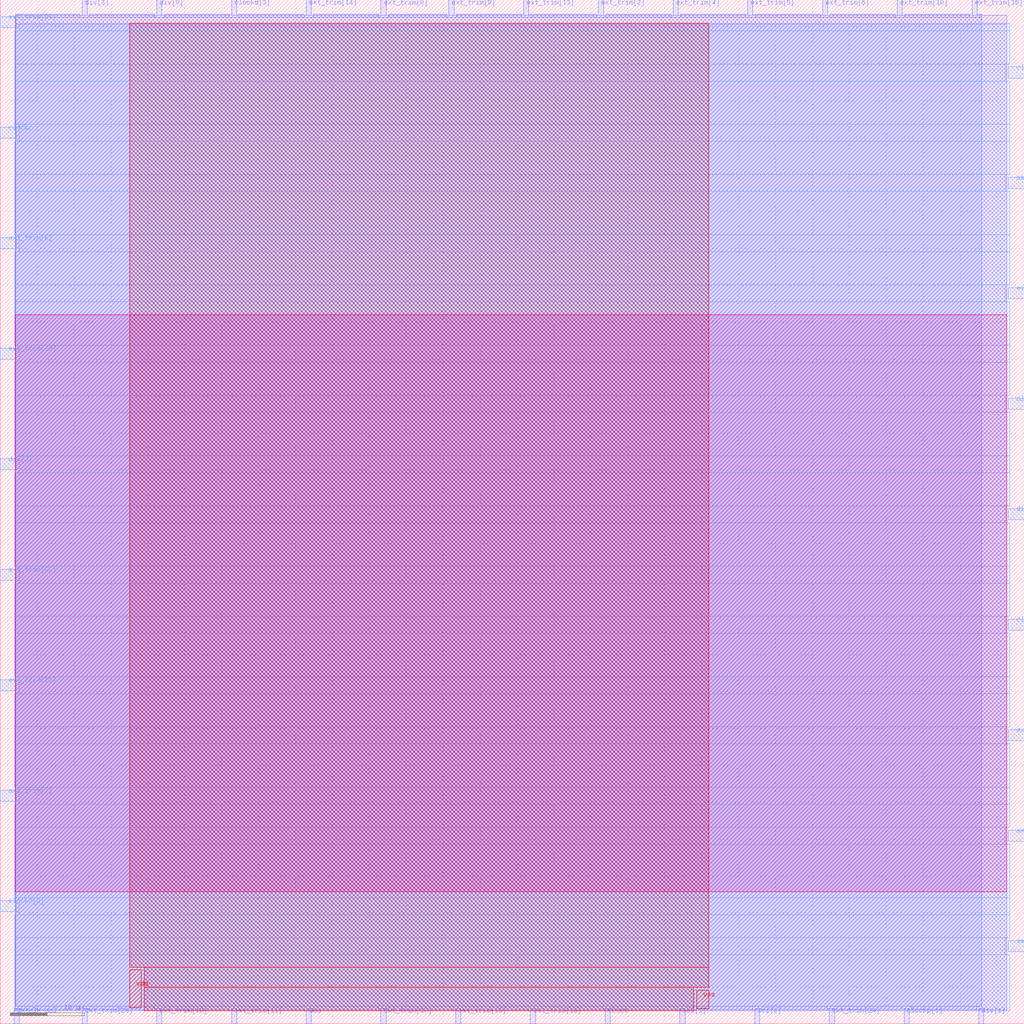
<source format=lef>
VERSION 5.7 ;
  NOWIREEXTENSIONATPIN ON ;
  DIVIDERCHAR "/" ;
  BUSBITCHARS "[]" ;
MACRO digital_pll
  CLASS BLOCK ;
  FOREIGN digital_pll ;
  ORIGIN 0.000 0.000 ;
  SIZE 138.675 BY 138.675 ;
  PIN reset
    DIRECTION INPUT ;
    PORT
      LAYER met2 ;
        RECT 81.920 0.000 82.620 2.100 ;
    END
  END reset
  PIN extclk_sel
    DIRECTION INPUT ;
    PORT
      LAYER met2 ;
        RECT 1.880 0.000 2.580 2.100 ;
    END
  END extclk_sel
  PIN osc
    DIRECTION INPUT ;
    PORT
      LAYER met3 ;
        RECT 136.515 113.110 138.675 114.610 ;
    END
  END osc
  PIN clockc
    DIRECTION OUTPUT TRISTATE ;
    PORT
      LAYER met3 ;
        RECT 0.000 119.910 2.160 121.410 ;
    END
  END clockc
  PIN clockp[1]
    DIRECTION OUTPUT TRISTATE ;
    PORT
      LAYER met2 ;
        RECT 122.400 0.000 123.100 2.100 ;
    END
  END clockp[1]
  PIN clockp[0]
    DIRECTION OUTPUT TRISTATE ;
    PORT
      LAYER met3 ;
        RECT 136.515 83.190 138.675 84.690 ;
    END
  END clockp[0]
  PIN clockd[3]
    DIRECTION OUTPUT TRISTATE ;
    PORT
      LAYER met2 ;
        RECT 31.320 136.575 32.020 138.675 ;
    END
  END clockd[3]
  PIN clockd[2]
    DIRECTION OUTPUT TRISTATE ;
    PORT
      LAYER met3 ;
        RECT 0.000 15.190 2.160 16.690 ;
    END
  END clockd[2]
  PIN clockd[1]
    DIRECTION OUTPUT TRISTATE ;
    PORT
      LAYER met3 ;
        RECT 136.515 128.070 138.675 129.570 ;
    END
  END clockd[1]
  PIN clockd[0]
    DIRECTION OUTPUT TRISTATE ;
    PORT
      LAYER met3 ;
        RECT 136.515 53.270 138.675 54.770 ;
    END
  END clockd[0]
  PIN div[4]
    DIRECTION INPUT ;
    PORT
      LAYER met3 ;
        RECT 136.515 68.230 138.675 69.730 ;
    END
  END div[4]
  PIN div[3]
    DIRECTION INPUT ;
    PORT
      LAYER met2 ;
        RECT 11.080 136.575 11.780 138.675 ;
    END
  END div[3]
  PIN div[2]
    DIRECTION INPUT ;
    PORT
      LAYER met3 ;
        RECT 0.000 75.030 2.160 76.530 ;
    END
  END div[2]
  PIN div[1]
    DIRECTION INPUT ;
    PORT
      LAYER met2 ;
        RECT 132.520 0.000 133.220 2.100 ;
    END
  END div[1]
  PIN div[0]
    DIRECTION INPUT ;
    PORT
      LAYER met2 ;
        RECT 21.200 136.575 21.900 138.675 ;
    END
  END div[0]
  PIN sel[2]
    DIRECTION INPUT ;
    PORT
      LAYER met2 ;
        RECT 102.160 0.000 102.860 2.100 ;
    END
  END sel[2]
  PIN sel[1]
    DIRECTION INPUT ;
    PORT
      LAYER met2 ;
        RECT 92.040 0.000 92.740 2.100 ;
    END
  END sel[1]
  PIN sel[0]
    DIRECTION INPUT ;
    PORT
      LAYER met3 ;
        RECT 136.515 9.750 138.675 11.250 ;
    END
  END sel[0]
  PIN dco
    DIRECTION INPUT ;
    PORT
      LAYER met2 ;
        RECT 41.440 0.000 42.140 2.100 ;
    END
  END dco
  PIN ext_trim[25]
    DIRECTION INPUT ;
    PORT
      LAYER met3 ;
        RECT 0.000 45.110 2.160 46.610 ;
    END
  END ext_trim[25]
  PIN ext_trim[24]
    DIRECTION INPUT ;
    PORT
      LAYER met2 ;
        RECT 112.280 0.000 112.980 2.100 ;
    END
  END ext_trim[24]
  PIN ext_trim[23]
    DIRECTION INPUT ;
    PORT
      LAYER met3 ;
        RECT 136.515 98.150 138.675 99.650 ;
    END
  END ext_trim[23]
  PIN ext_trim[22]
    DIRECTION INPUT ;
    PORT
      LAYER met3 ;
        RECT 0.000 60.070 2.160 61.570 ;
    END
  END ext_trim[22]
  PIN ext_trim[21]
    DIRECTION INPUT ;
    PORT
      LAYER met3 ;
        RECT 0.000 134.870 2.160 136.370 ;
    END
  END ext_trim[21]
  PIN ext_trim[20]
    DIRECTION INPUT ;
    PORT
      LAYER met2 ;
        RECT 11.080 0.000 11.780 2.100 ;
    END
  END ext_trim[20]
  PIN ext_trim[19]
    DIRECTION INPUT ;
    PORT
      LAYER met2 ;
        RECT 21.200 0.000 21.900 2.100 ;
    END
  END ext_trim[19]
  PIN ext_trim[18]
    DIRECTION INPUT ;
    PORT
      LAYER met2 ;
        RECT 71.800 0.000 72.500 2.100 ;
    END
  END ext_trim[18]
  PIN ext_trim[17]
    DIRECTION INPUT ;
    PORT
      LAYER met2 ;
        RECT 51.560 0.000 52.260 2.100 ;
    END
  END ext_trim[17]
  PIN ext_trim[16]
    DIRECTION INPUT ;
    PORT
      LAYER met2 ;
        RECT 131.600 136.575 132.300 138.675 ;
    END
  END ext_trim[16]
  PIN ext_trim[15]
    DIRECTION INPUT ;
    PORT
      LAYER met2 ;
        RECT 61.680 0.000 62.380 2.100 ;
    END
  END ext_trim[15]
  PIN ext_trim[14]
    DIRECTION INPUT ;
    PORT
      LAYER met2 ;
        RECT 41.440 136.575 42.140 138.675 ;
    END
  END ext_trim[14]
  PIN ext_trim[13]
    DIRECTION INPUT ;
    PORT
      LAYER met2 ;
        RECT 70.880 136.575 71.580 138.675 ;
    END
  END ext_trim[13]
  PIN ext_trim[12]
    DIRECTION INPUT ;
    PORT
      LAYER met3 ;
        RECT 0.000 89.990 2.160 91.490 ;
    END
  END ext_trim[12]
  PIN ext_trim[11]
    DIRECTION INPUT ;
    PORT
      LAYER met2 ;
        RECT 31.320 0.000 32.020 2.100 ;
    END
  END ext_trim[11]
  PIN ext_trim[10]
    DIRECTION INPUT ;
    PORT
      LAYER met2 ;
        RECT 121.480 136.575 122.180 138.675 ;
    END
  END ext_trim[10]
  PIN ext_trim[9]
    DIRECTION INPUT ;
    PORT
      LAYER met2 ;
        RECT 60.760 136.575 61.460 138.675 ;
    END
  END ext_trim[9]
  PIN ext_trim[8]
    DIRECTION INPUT ;
    PORT
      LAYER met3 ;
        RECT 0.000 104.950 2.160 106.450 ;
    END
  END ext_trim[8]
  PIN ext_trim[7]
    DIRECTION INPUT ;
    PORT
      LAYER met3 ;
        RECT 0.000 30.150 2.160 31.650 ;
    END
  END ext_trim[7]
  PIN ext_trim[6]
    DIRECTION INPUT ;
    PORT
      LAYER met2 ;
        RECT 111.360 136.575 112.060 138.675 ;
    END
  END ext_trim[6]
  PIN ext_trim[5]
    DIRECTION INPUT ;
    PORT
      LAYER met2 ;
        RECT 101.240 136.575 101.940 138.675 ;
    END
  END ext_trim[5]
  PIN ext_trim[4]
    DIRECTION INPUT ;
    PORT
      LAYER met2 ;
        RECT 91.120 136.575 91.820 138.675 ;
    END
  END ext_trim[4]
  PIN ext_trim[3]
    DIRECTION INPUT ;
    PORT
      LAYER met3 ;
        RECT 136.515 24.710 138.675 26.210 ;
    END
  END ext_trim[3]
  PIN ext_trim[2]
    DIRECTION INPUT ;
    PORT
      LAYER met2 ;
        RECT 81.000 136.575 81.700 138.675 ;
    END
  END ext_trim[2]
  PIN ext_trim[1]
    DIRECTION INPUT ;
    PORT
      LAYER met3 ;
        RECT 136.515 38.310 138.675 39.810 ;
    END
  END ext_trim[1]
  PIN ext_trim[0]
    DIRECTION INPUT ;
    PORT
      LAYER met2 ;
        RECT 51.560 136.575 52.260 138.675 ;
    END
  END ext_trim[0]
  PIN vdd
    PORT
      LAYER met4 ;
        RECT 17.520 2.160 19.120 7.280 ;
    END
  END vdd
  PIN vss
    PORT
      LAYER met4 ;
        RECT 94.320 2.000 95.920 4.560 ;
    END
  END vss
  OBS
      LAYER li1 ;
        RECT 2.000 1.915 136.320 135.365 ;
      LAYER met1 ;
        RECT 2.000 1.760 136.320 136.600 ;
      LAYER met2 ;
        RECT 2.090 136.295 10.800 136.695 ;
        RECT 12.060 136.295 20.920 136.695 ;
        RECT 22.180 136.295 31.040 136.695 ;
        RECT 32.300 136.295 41.160 136.695 ;
        RECT 42.420 136.295 51.280 136.695 ;
        RECT 52.540 136.295 60.480 136.695 ;
        RECT 61.740 136.295 70.600 136.695 ;
        RECT 71.860 136.295 80.720 136.695 ;
        RECT 81.980 136.295 90.840 136.695 ;
        RECT 92.100 136.295 100.960 136.695 ;
        RECT 102.220 136.295 111.080 136.695 ;
        RECT 112.340 136.295 121.200 136.695 ;
        RECT 122.460 136.295 131.320 136.695 ;
        RECT 132.580 136.295 132.940 136.695 ;
        RECT 2.090 2.380 132.940 136.295 ;
        RECT 2.860 1.760 10.800 2.380 ;
        RECT 12.060 1.760 20.920 2.380 ;
        RECT 22.180 1.760 31.040 2.380 ;
        RECT 32.300 1.760 41.160 2.380 ;
        RECT 42.420 1.760 51.280 2.380 ;
        RECT 52.540 1.760 61.400 2.380 ;
        RECT 62.660 1.760 71.520 2.380 ;
        RECT 72.780 1.760 81.640 2.380 ;
        RECT 82.900 1.760 91.760 2.380 ;
        RECT 93.020 1.760 101.880 2.380 ;
        RECT 103.140 1.760 112.000 2.380 ;
        RECT 113.260 1.760 122.120 2.380 ;
        RECT 123.380 1.760 132.240 2.380 ;
      LAYER met3 ;
        RECT 2.560 134.470 136.745 135.520 ;
        RECT 1.930 129.970 136.745 134.470 ;
        RECT 1.930 127.670 136.115 129.970 ;
        RECT 1.930 121.810 136.745 127.670 ;
        RECT 2.560 119.510 136.745 121.810 ;
        RECT 1.930 115.010 136.745 119.510 ;
        RECT 1.930 112.710 136.115 115.010 ;
        RECT 1.930 106.850 136.745 112.710 ;
        RECT 2.560 104.550 136.745 106.850 ;
        RECT 1.930 100.050 136.745 104.550 ;
        RECT 1.930 97.750 136.115 100.050 ;
        RECT 1.930 91.890 136.745 97.750 ;
        RECT 2.560 89.590 136.745 91.890 ;
        RECT 1.930 85.090 136.745 89.590 ;
        RECT 1.930 82.790 136.115 85.090 ;
        RECT 1.930 76.930 136.745 82.790 ;
        RECT 2.560 74.630 136.745 76.930 ;
        RECT 1.930 70.130 136.745 74.630 ;
        RECT 1.930 67.830 136.115 70.130 ;
        RECT 1.930 61.970 136.745 67.830 ;
        RECT 2.560 59.670 136.745 61.970 ;
        RECT 1.930 55.170 136.745 59.670 ;
        RECT 1.930 52.870 136.115 55.170 ;
        RECT 1.930 47.010 136.745 52.870 ;
        RECT 2.560 44.710 136.745 47.010 ;
        RECT 1.930 40.210 136.745 44.710 ;
        RECT 1.930 37.910 136.115 40.210 ;
        RECT 1.930 32.050 136.745 37.910 ;
        RECT 2.560 29.750 136.745 32.050 ;
        RECT 1.930 26.610 136.745 29.750 ;
        RECT 1.930 24.310 136.115 26.610 ;
        RECT 1.930 17.090 136.745 24.310 ;
        RECT 2.560 14.790 136.745 17.090 ;
        RECT 1.930 11.650 136.745 14.790 ;
        RECT 1.930 9.350 136.115 11.650 ;
        RECT 1.930 1.760 136.745 9.350 ;
      LAYER met4 ;
        RECT 17.520 7.680 95.920 135.520 ;
        RECT 19.520 4.960 95.920 7.680 ;
        RECT 19.520 1.760 93.920 4.960 ;
      LAYER met5 ;
        RECT 2.000 17.850 136.320 96.040 ;
  END
END digital_pll
END LIBRARY


</source>
